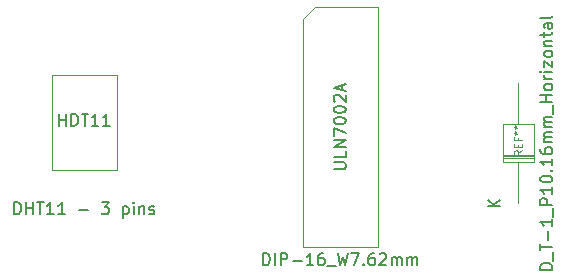
<source format=gbr>
%TF.GenerationSoftware,KiCad,Pcbnew,9.0.3-9.0.3-0~ubuntu24.04.1*%
%TF.CreationDate,2025-07-20T22:02:49+02:00*%
%TF.ProjectId,humidity-control,68756d69-6469-4747-992d-636f6e74726f,rev?*%
%TF.SameCoordinates,Original*%
%TF.FileFunction,AssemblyDrawing,Top*%
%FSLAX46Y46*%
G04 Gerber Fmt 4.6, Leading zero omitted, Abs format (unit mm)*
G04 Created by KiCad (PCBNEW 9.0.3-9.0.3-0~ubuntu24.04.1) date 2025-07-20 22:02:49*
%MOMM*%
%LPD*%
G01*
G04 APERTURE LIST*
%ADD10C,0.150000*%
%ADD11C,0.096000*%
%ADD12C,0.100000*%
G04 APERTURE END LIST*
D10*
X115095238Y-79754819D02*
X115095238Y-78754819D01*
X115095238Y-78754819D02*
X115333333Y-78754819D01*
X115333333Y-78754819D02*
X115476190Y-78802438D01*
X115476190Y-78802438D02*
X115571428Y-78897676D01*
X115571428Y-78897676D02*
X115619047Y-78992914D01*
X115619047Y-78992914D02*
X115666666Y-79183390D01*
X115666666Y-79183390D02*
X115666666Y-79326247D01*
X115666666Y-79326247D02*
X115619047Y-79516723D01*
X115619047Y-79516723D02*
X115571428Y-79611961D01*
X115571428Y-79611961D02*
X115476190Y-79707200D01*
X115476190Y-79707200D02*
X115333333Y-79754819D01*
X115333333Y-79754819D02*
X115095238Y-79754819D01*
X116095238Y-79754819D02*
X116095238Y-78754819D01*
X116095238Y-79231009D02*
X116666666Y-79231009D01*
X116666666Y-79754819D02*
X116666666Y-78754819D01*
X117000000Y-78754819D02*
X117571428Y-78754819D01*
X117285714Y-79754819D02*
X117285714Y-78754819D01*
X118428571Y-79754819D02*
X117857143Y-79754819D01*
X118142857Y-79754819D02*
X118142857Y-78754819D01*
X118142857Y-78754819D02*
X118047619Y-78897676D01*
X118047619Y-78897676D02*
X117952381Y-78992914D01*
X117952381Y-78992914D02*
X117857143Y-79040533D01*
X119380952Y-79754819D02*
X118809524Y-79754819D01*
X119095238Y-79754819D02*
X119095238Y-78754819D01*
X119095238Y-78754819D02*
X119000000Y-78897676D01*
X119000000Y-78897676D02*
X118904762Y-78992914D01*
X118904762Y-78992914D02*
X118809524Y-79040533D01*
X120571429Y-79373866D02*
X121333334Y-79373866D01*
X122476191Y-78754819D02*
X123095238Y-78754819D01*
X123095238Y-78754819D02*
X122761905Y-79135771D01*
X122761905Y-79135771D02*
X122904762Y-79135771D01*
X122904762Y-79135771D02*
X123000000Y-79183390D01*
X123000000Y-79183390D02*
X123047619Y-79231009D01*
X123047619Y-79231009D02*
X123095238Y-79326247D01*
X123095238Y-79326247D02*
X123095238Y-79564342D01*
X123095238Y-79564342D02*
X123047619Y-79659580D01*
X123047619Y-79659580D02*
X123000000Y-79707200D01*
X123000000Y-79707200D02*
X122904762Y-79754819D01*
X122904762Y-79754819D02*
X122619048Y-79754819D01*
X122619048Y-79754819D02*
X122523810Y-79707200D01*
X122523810Y-79707200D02*
X122476191Y-79659580D01*
X124285715Y-79088152D02*
X124285715Y-80088152D01*
X124285715Y-79135771D02*
X124380953Y-79088152D01*
X124380953Y-79088152D02*
X124571429Y-79088152D01*
X124571429Y-79088152D02*
X124666667Y-79135771D01*
X124666667Y-79135771D02*
X124714286Y-79183390D01*
X124714286Y-79183390D02*
X124761905Y-79278628D01*
X124761905Y-79278628D02*
X124761905Y-79564342D01*
X124761905Y-79564342D02*
X124714286Y-79659580D01*
X124714286Y-79659580D02*
X124666667Y-79707200D01*
X124666667Y-79707200D02*
X124571429Y-79754819D01*
X124571429Y-79754819D02*
X124380953Y-79754819D01*
X124380953Y-79754819D02*
X124285715Y-79707200D01*
X125190477Y-79754819D02*
X125190477Y-79088152D01*
X125190477Y-78754819D02*
X125142858Y-78802438D01*
X125142858Y-78802438D02*
X125190477Y-78850057D01*
X125190477Y-78850057D02*
X125238096Y-78802438D01*
X125238096Y-78802438D02*
X125190477Y-78754819D01*
X125190477Y-78754819D02*
X125190477Y-78850057D01*
X125666667Y-79088152D02*
X125666667Y-79754819D01*
X125666667Y-79183390D02*
X125714286Y-79135771D01*
X125714286Y-79135771D02*
X125809524Y-79088152D01*
X125809524Y-79088152D02*
X125952381Y-79088152D01*
X125952381Y-79088152D02*
X126047619Y-79135771D01*
X126047619Y-79135771D02*
X126095238Y-79231009D01*
X126095238Y-79231009D02*
X126095238Y-79754819D01*
X126523810Y-79707200D02*
X126619048Y-79754819D01*
X126619048Y-79754819D02*
X126809524Y-79754819D01*
X126809524Y-79754819D02*
X126904762Y-79707200D01*
X126904762Y-79707200D02*
X126952381Y-79611961D01*
X126952381Y-79611961D02*
X126952381Y-79564342D01*
X126952381Y-79564342D02*
X126904762Y-79469104D01*
X126904762Y-79469104D02*
X126809524Y-79421485D01*
X126809524Y-79421485D02*
X126666667Y-79421485D01*
X126666667Y-79421485D02*
X126571429Y-79373866D01*
X126571429Y-79373866D02*
X126523810Y-79278628D01*
X126523810Y-79278628D02*
X126523810Y-79231009D01*
X126523810Y-79231009D02*
X126571429Y-79135771D01*
X126571429Y-79135771D02*
X126666667Y-79088152D01*
X126666667Y-79088152D02*
X126809524Y-79088152D01*
X126809524Y-79088152D02*
X126904762Y-79135771D01*
X118880952Y-72264819D02*
X118880952Y-71264819D01*
X118880952Y-71741009D02*
X119452380Y-71741009D01*
X119452380Y-72264819D02*
X119452380Y-71264819D01*
X119928571Y-72264819D02*
X119928571Y-71264819D01*
X119928571Y-71264819D02*
X120166666Y-71264819D01*
X120166666Y-71264819D02*
X120309523Y-71312438D01*
X120309523Y-71312438D02*
X120404761Y-71407676D01*
X120404761Y-71407676D02*
X120452380Y-71502914D01*
X120452380Y-71502914D02*
X120499999Y-71693390D01*
X120499999Y-71693390D02*
X120499999Y-71836247D01*
X120499999Y-71836247D02*
X120452380Y-72026723D01*
X120452380Y-72026723D02*
X120404761Y-72121961D01*
X120404761Y-72121961D02*
X120309523Y-72217200D01*
X120309523Y-72217200D02*
X120166666Y-72264819D01*
X120166666Y-72264819D02*
X119928571Y-72264819D01*
X120785714Y-71264819D02*
X121357142Y-71264819D01*
X121071428Y-72264819D02*
X121071428Y-71264819D01*
X122214285Y-72264819D02*
X121642857Y-72264819D01*
X121928571Y-72264819D02*
X121928571Y-71264819D01*
X121928571Y-71264819D02*
X121833333Y-71407676D01*
X121833333Y-71407676D02*
X121738095Y-71502914D01*
X121738095Y-71502914D02*
X121642857Y-71550533D01*
X123166666Y-72264819D02*
X122595238Y-72264819D01*
X122880952Y-72264819D02*
X122880952Y-71264819D01*
X122880952Y-71264819D02*
X122785714Y-71407676D01*
X122785714Y-71407676D02*
X122690476Y-71502914D01*
X122690476Y-71502914D02*
X122595238Y-71550533D01*
X136166191Y-84064819D02*
X136166191Y-83064819D01*
X136166191Y-83064819D02*
X136404286Y-83064819D01*
X136404286Y-83064819D02*
X136547143Y-83112438D01*
X136547143Y-83112438D02*
X136642381Y-83207676D01*
X136642381Y-83207676D02*
X136690000Y-83302914D01*
X136690000Y-83302914D02*
X136737619Y-83493390D01*
X136737619Y-83493390D02*
X136737619Y-83636247D01*
X136737619Y-83636247D02*
X136690000Y-83826723D01*
X136690000Y-83826723D02*
X136642381Y-83921961D01*
X136642381Y-83921961D02*
X136547143Y-84017200D01*
X136547143Y-84017200D02*
X136404286Y-84064819D01*
X136404286Y-84064819D02*
X136166191Y-84064819D01*
X137166191Y-84064819D02*
X137166191Y-83064819D01*
X137642381Y-84064819D02*
X137642381Y-83064819D01*
X137642381Y-83064819D02*
X138023333Y-83064819D01*
X138023333Y-83064819D02*
X138118571Y-83112438D01*
X138118571Y-83112438D02*
X138166190Y-83160057D01*
X138166190Y-83160057D02*
X138213809Y-83255295D01*
X138213809Y-83255295D02*
X138213809Y-83398152D01*
X138213809Y-83398152D02*
X138166190Y-83493390D01*
X138166190Y-83493390D02*
X138118571Y-83541009D01*
X138118571Y-83541009D02*
X138023333Y-83588628D01*
X138023333Y-83588628D02*
X137642381Y-83588628D01*
X138642381Y-83683866D02*
X139404286Y-83683866D01*
X140404285Y-84064819D02*
X139832857Y-84064819D01*
X140118571Y-84064819D02*
X140118571Y-83064819D01*
X140118571Y-83064819D02*
X140023333Y-83207676D01*
X140023333Y-83207676D02*
X139928095Y-83302914D01*
X139928095Y-83302914D02*
X139832857Y-83350533D01*
X141261428Y-83064819D02*
X141070952Y-83064819D01*
X141070952Y-83064819D02*
X140975714Y-83112438D01*
X140975714Y-83112438D02*
X140928095Y-83160057D01*
X140928095Y-83160057D02*
X140832857Y-83302914D01*
X140832857Y-83302914D02*
X140785238Y-83493390D01*
X140785238Y-83493390D02*
X140785238Y-83874342D01*
X140785238Y-83874342D02*
X140832857Y-83969580D01*
X140832857Y-83969580D02*
X140880476Y-84017200D01*
X140880476Y-84017200D02*
X140975714Y-84064819D01*
X140975714Y-84064819D02*
X141166190Y-84064819D01*
X141166190Y-84064819D02*
X141261428Y-84017200D01*
X141261428Y-84017200D02*
X141309047Y-83969580D01*
X141309047Y-83969580D02*
X141356666Y-83874342D01*
X141356666Y-83874342D02*
X141356666Y-83636247D01*
X141356666Y-83636247D02*
X141309047Y-83541009D01*
X141309047Y-83541009D02*
X141261428Y-83493390D01*
X141261428Y-83493390D02*
X141166190Y-83445771D01*
X141166190Y-83445771D02*
X140975714Y-83445771D01*
X140975714Y-83445771D02*
X140880476Y-83493390D01*
X140880476Y-83493390D02*
X140832857Y-83541009D01*
X140832857Y-83541009D02*
X140785238Y-83636247D01*
X141547143Y-84160057D02*
X142309047Y-84160057D01*
X142451905Y-83064819D02*
X142690000Y-84064819D01*
X142690000Y-84064819D02*
X142880476Y-83350533D01*
X142880476Y-83350533D02*
X143070952Y-84064819D01*
X143070952Y-84064819D02*
X143309048Y-83064819D01*
X143594762Y-83064819D02*
X144261428Y-83064819D01*
X144261428Y-83064819D02*
X143832857Y-84064819D01*
X144642381Y-83969580D02*
X144690000Y-84017200D01*
X144690000Y-84017200D02*
X144642381Y-84064819D01*
X144642381Y-84064819D02*
X144594762Y-84017200D01*
X144594762Y-84017200D02*
X144642381Y-83969580D01*
X144642381Y-83969580D02*
X144642381Y-84064819D01*
X145547142Y-83064819D02*
X145356666Y-83064819D01*
X145356666Y-83064819D02*
X145261428Y-83112438D01*
X145261428Y-83112438D02*
X145213809Y-83160057D01*
X145213809Y-83160057D02*
X145118571Y-83302914D01*
X145118571Y-83302914D02*
X145070952Y-83493390D01*
X145070952Y-83493390D02*
X145070952Y-83874342D01*
X145070952Y-83874342D02*
X145118571Y-83969580D01*
X145118571Y-83969580D02*
X145166190Y-84017200D01*
X145166190Y-84017200D02*
X145261428Y-84064819D01*
X145261428Y-84064819D02*
X145451904Y-84064819D01*
X145451904Y-84064819D02*
X145547142Y-84017200D01*
X145547142Y-84017200D02*
X145594761Y-83969580D01*
X145594761Y-83969580D02*
X145642380Y-83874342D01*
X145642380Y-83874342D02*
X145642380Y-83636247D01*
X145642380Y-83636247D02*
X145594761Y-83541009D01*
X145594761Y-83541009D02*
X145547142Y-83493390D01*
X145547142Y-83493390D02*
X145451904Y-83445771D01*
X145451904Y-83445771D02*
X145261428Y-83445771D01*
X145261428Y-83445771D02*
X145166190Y-83493390D01*
X145166190Y-83493390D02*
X145118571Y-83541009D01*
X145118571Y-83541009D02*
X145070952Y-83636247D01*
X146023333Y-83160057D02*
X146070952Y-83112438D01*
X146070952Y-83112438D02*
X146166190Y-83064819D01*
X146166190Y-83064819D02*
X146404285Y-83064819D01*
X146404285Y-83064819D02*
X146499523Y-83112438D01*
X146499523Y-83112438D02*
X146547142Y-83160057D01*
X146547142Y-83160057D02*
X146594761Y-83255295D01*
X146594761Y-83255295D02*
X146594761Y-83350533D01*
X146594761Y-83350533D02*
X146547142Y-83493390D01*
X146547142Y-83493390D02*
X145975714Y-84064819D01*
X145975714Y-84064819D02*
X146594761Y-84064819D01*
X147023333Y-84064819D02*
X147023333Y-83398152D01*
X147023333Y-83493390D02*
X147070952Y-83445771D01*
X147070952Y-83445771D02*
X147166190Y-83398152D01*
X147166190Y-83398152D02*
X147309047Y-83398152D01*
X147309047Y-83398152D02*
X147404285Y-83445771D01*
X147404285Y-83445771D02*
X147451904Y-83541009D01*
X147451904Y-83541009D02*
X147451904Y-84064819D01*
X147451904Y-83541009D02*
X147499523Y-83445771D01*
X147499523Y-83445771D02*
X147594761Y-83398152D01*
X147594761Y-83398152D02*
X147737618Y-83398152D01*
X147737618Y-83398152D02*
X147832857Y-83445771D01*
X147832857Y-83445771D02*
X147880476Y-83541009D01*
X147880476Y-83541009D02*
X147880476Y-84064819D01*
X148356666Y-84064819D02*
X148356666Y-83398152D01*
X148356666Y-83493390D02*
X148404285Y-83445771D01*
X148404285Y-83445771D02*
X148499523Y-83398152D01*
X148499523Y-83398152D02*
X148642380Y-83398152D01*
X148642380Y-83398152D02*
X148737618Y-83445771D01*
X148737618Y-83445771D02*
X148785237Y-83541009D01*
X148785237Y-83541009D02*
X148785237Y-84064819D01*
X148785237Y-83541009D02*
X148832856Y-83445771D01*
X148832856Y-83445771D02*
X148928094Y-83398152D01*
X148928094Y-83398152D02*
X149070951Y-83398152D01*
X149070951Y-83398152D02*
X149166190Y-83445771D01*
X149166190Y-83445771D02*
X149213809Y-83541009D01*
X149213809Y-83541009D02*
X149213809Y-84064819D01*
X142144819Y-75937618D02*
X142954342Y-75937618D01*
X142954342Y-75937618D02*
X143049580Y-75889999D01*
X143049580Y-75889999D02*
X143097200Y-75842380D01*
X143097200Y-75842380D02*
X143144819Y-75747142D01*
X143144819Y-75747142D02*
X143144819Y-75556666D01*
X143144819Y-75556666D02*
X143097200Y-75461428D01*
X143097200Y-75461428D02*
X143049580Y-75413809D01*
X143049580Y-75413809D02*
X142954342Y-75366190D01*
X142954342Y-75366190D02*
X142144819Y-75366190D01*
X143144819Y-74413809D02*
X143144819Y-74889999D01*
X143144819Y-74889999D02*
X142144819Y-74889999D01*
X143144819Y-74080475D02*
X142144819Y-74080475D01*
X142144819Y-74080475D02*
X143144819Y-73509047D01*
X143144819Y-73509047D02*
X142144819Y-73509047D01*
X142144819Y-73128094D02*
X142144819Y-72461428D01*
X142144819Y-72461428D02*
X143144819Y-72889999D01*
X142144819Y-71889999D02*
X142144819Y-71794761D01*
X142144819Y-71794761D02*
X142192438Y-71699523D01*
X142192438Y-71699523D02*
X142240057Y-71651904D01*
X142240057Y-71651904D02*
X142335295Y-71604285D01*
X142335295Y-71604285D02*
X142525771Y-71556666D01*
X142525771Y-71556666D02*
X142763866Y-71556666D01*
X142763866Y-71556666D02*
X142954342Y-71604285D01*
X142954342Y-71604285D02*
X143049580Y-71651904D01*
X143049580Y-71651904D02*
X143097200Y-71699523D01*
X143097200Y-71699523D02*
X143144819Y-71794761D01*
X143144819Y-71794761D02*
X143144819Y-71889999D01*
X143144819Y-71889999D02*
X143097200Y-71985237D01*
X143097200Y-71985237D02*
X143049580Y-72032856D01*
X143049580Y-72032856D02*
X142954342Y-72080475D01*
X142954342Y-72080475D02*
X142763866Y-72128094D01*
X142763866Y-72128094D02*
X142525771Y-72128094D01*
X142525771Y-72128094D02*
X142335295Y-72080475D01*
X142335295Y-72080475D02*
X142240057Y-72032856D01*
X142240057Y-72032856D02*
X142192438Y-71985237D01*
X142192438Y-71985237D02*
X142144819Y-71889999D01*
X142144819Y-70937618D02*
X142144819Y-70842380D01*
X142144819Y-70842380D02*
X142192438Y-70747142D01*
X142192438Y-70747142D02*
X142240057Y-70699523D01*
X142240057Y-70699523D02*
X142335295Y-70651904D01*
X142335295Y-70651904D02*
X142525771Y-70604285D01*
X142525771Y-70604285D02*
X142763866Y-70604285D01*
X142763866Y-70604285D02*
X142954342Y-70651904D01*
X142954342Y-70651904D02*
X143049580Y-70699523D01*
X143049580Y-70699523D02*
X143097200Y-70747142D01*
X143097200Y-70747142D02*
X143144819Y-70842380D01*
X143144819Y-70842380D02*
X143144819Y-70937618D01*
X143144819Y-70937618D02*
X143097200Y-71032856D01*
X143097200Y-71032856D02*
X143049580Y-71080475D01*
X143049580Y-71080475D02*
X142954342Y-71128094D01*
X142954342Y-71128094D02*
X142763866Y-71175713D01*
X142763866Y-71175713D02*
X142525771Y-71175713D01*
X142525771Y-71175713D02*
X142335295Y-71128094D01*
X142335295Y-71128094D02*
X142240057Y-71080475D01*
X142240057Y-71080475D02*
X142192438Y-71032856D01*
X142192438Y-71032856D02*
X142144819Y-70937618D01*
X142240057Y-70223332D02*
X142192438Y-70175713D01*
X142192438Y-70175713D02*
X142144819Y-70080475D01*
X142144819Y-70080475D02*
X142144819Y-69842380D01*
X142144819Y-69842380D02*
X142192438Y-69747142D01*
X142192438Y-69747142D02*
X142240057Y-69699523D01*
X142240057Y-69699523D02*
X142335295Y-69651904D01*
X142335295Y-69651904D02*
X142430533Y-69651904D01*
X142430533Y-69651904D02*
X142573390Y-69699523D01*
X142573390Y-69699523D02*
X143144819Y-70270951D01*
X143144819Y-70270951D02*
X143144819Y-69651904D01*
X142859104Y-69270951D02*
X142859104Y-68794761D01*
X143144819Y-69366189D02*
X142144819Y-69032856D01*
X142144819Y-69032856D02*
X143144819Y-68699523D01*
X160624819Y-84440476D02*
X159624819Y-84440476D01*
X159624819Y-84440476D02*
X159624819Y-84202381D01*
X159624819Y-84202381D02*
X159672438Y-84059524D01*
X159672438Y-84059524D02*
X159767676Y-83964286D01*
X159767676Y-83964286D02*
X159862914Y-83916667D01*
X159862914Y-83916667D02*
X160053390Y-83869048D01*
X160053390Y-83869048D02*
X160196247Y-83869048D01*
X160196247Y-83869048D02*
X160386723Y-83916667D01*
X160386723Y-83916667D02*
X160481961Y-83964286D01*
X160481961Y-83964286D02*
X160577200Y-84059524D01*
X160577200Y-84059524D02*
X160624819Y-84202381D01*
X160624819Y-84202381D02*
X160624819Y-84440476D01*
X160720057Y-83678572D02*
X160720057Y-82916667D01*
X159624819Y-82821428D02*
X159624819Y-82250000D01*
X160624819Y-82535714D02*
X159624819Y-82535714D01*
X160243866Y-81916666D02*
X160243866Y-81154762D01*
X160624819Y-80154762D02*
X160624819Y-80726190D01*
X160624819Y-80440476D02*
X159624819Y-80440476D01*
X159624819Y-80440476D02*
X159767676Y-80535714D01*
X159767676Y-80535714D02*
X159862914Y-80630952D01*
X159862914Y-80630952D02*
X159910533Y-80726190D01*
X160720057Y-79964286D02*
X160720057Y-79202381D01*
X160624819Y-78964285D02*
X159624819Y-78964285D01*
X159624819Y-78964285D02*
X159624819Y-78583333D01*
X159624819Y-78583333D02*
X159672438Y-78488095D01*
X159672438Y-78488095D02*
X159720057Y-78440476D01*
X159720057Y-78440476D02*
X159815295Y-78392857D01*
X159815295Y-78392857D02*
X159958152Y-78392857D01*
X159958152Y-78392857D02*
X160053390Y-78440476D01*
X160053390Y-78440476D02*
X160101009Y-78488095D01*
X160101009Y-78488095D02*
X160148628Y-78583333D01*
X160148628Y-78583333D02*
X160148628Y-78964285D01*
X160624819Y-77440476D02*
X160624819Y-78011904D01*
X160624819Y-77726190D02*
X159624819Y-77726190D01*
X159624819Y-77726190D02*
X159767676Y-77821428D01*
X159767676Y-77821428D02*
X159862914Y-77916666D01*
X159862914Y-77916666D02*
X159910533Y-78011904D01*
X159624819Y-76821428D02*
X159624819Y-76726190D01*
X159624819Y-76726190D02*
X159672438Y-76630952D01*
X159672438Y-76630952D02*
X159720057Y-76583333D01*
X159720057Y-76583333D02*
X159815295Y-76535714D01*
X159815295Y-76535714D02*
X160005771Y-76488095D01*
X160005771Y-76488095D02*
X160243866Y-76488095D01*
X160243866Y-76488095D02*
X160434342Y-76535714D01*
X160434342Y-76535714D02*
X160529580Y-76583333D01*
X160529580Y-76583333D02*
X160577200Y-76630952D01*
X160577200Y-76630952D02*
X160624819Y-76726190D01*
X160624819Y-76726190D02*
X160624819Y-76821428D01*
X160624819Y-76821428D02*
X160577200Y-76916666D01*
X160577200Y-76916666D02*
X160529580Y-76964285D01*
X160529580Y-76964285D02*
X160434342Y-77011904D01*
X160434342Y-77011904D02*
X160243866Y-77059523D01*
X160243866Y-77059523D02*
X160005771Y-77059523D01*
X160005771Y-77059523D02*
X159815295Y-77011904D01*
X159815295Y-77011904D02*
X159720057Y-76964285D01*
X159720057Y-76964285D02*
X159672438Y-76916666D01*
X159672438Y-76916666D02*
X159624819Y-76821428D01*
X160529580Y-76059523D02*
X160577200Y-76011904D01*
X160577200Y-76011904D02*
X160624819Y-76059523D01*
X160624819Y-76059523D02*
X160577200Y-76107142D01*
X160577200Y-76107142D02*
X160529580Y-76059523D01*
X160529580Y-76059523D02*
X160624819Y-76059523D01*
X160624819Y-75059524D02*
X160624819Y-75630952D01*
X160624819Y-75345238D02*
X159624819Y-75345238D01*
X159624819Y-75345238D02*
X159767676Y-75440476D01*
X159767676Y-75440476D02*
X159862914Y-75535714D01*
X159862914Y-75535714D02*
X159910533Y-75630952D01*
X159624819Y-74202381D02*
X159624819Y-74392857D01*
X159624819Y-74392857D02*
X159672438Y-74488095D01*
X159672438Y-74488095D02*
X159720057Y-74535714D01*
X159720057Y-74535714D02*
X159862914Y-74630952D01*
X159862914Y-74630952D02*
X160053390Y-74678571D01*
X160053390Y-74678571D02*
X160434342Y-74678571D01*
X160434342Y-74678571D02*
X160529580Y-74630952D01*
X160529580Y-74630952D02*
X160577200Y-74583333D01*
X160577200Y-74583333D02*
X160624819Y-74488095D01*
X160624819Y-74488095D02*
X160624819Y-74297619D01*
X160624819Y-74297619D02*
X160577200Y-74202381D01*
X160577200Y-74202381D02*
X160529580Y-74154762D01*
X160529580Y-74154762D02*
X160434342Y-74107143D01*
X160434342Y-74107143D02*
X160196247Y-74107143D01*
X160196247Y-74107143D02*
X160101009Y-74154762D01*
X160101009Y-74154762D02*
X160053390Y-74202381D01*
X160053390Y-74202381D02*
X160005771Y-74297619D01*
X160005771Y-74297619D02*
X160005771Y-74488095D01*
X160005771Y-74488095D02*
X160053390Y-74583333D01*
X160053390Y-74583333D02*
X160101009Y-74630952D01*
X160101009Y-74630952D02*
X160196247Y-74678571D01*
X160624819Y-73678571D02*
X159958152Y-73678571D01*
X160053390Y-73678571D02*
X160005771Y-73630952D01*
X160005771Y-73630952D02*
X159958152Y-73535714D01*
X159958152Y-73535714D02*
X159958152Y-73392857D01*
X159958152Y-73392857D02*
X160005771Y-73297619D01*
X160005771Y-73297619D02*
X160101009Y-73250000D01*
X160101009Y-73250000D02*
X160624819Y-73250000D01*
X160101009Y-73250000D02*
X160005771Y-73202381D01*
X160005771Y-73202381D02*
X159958152Y-73107143D01*
X159958152Y-73107143D02*
X159958152Y-72964286D01*
X159958152Y-72964286D02*
X160005771Y-72869047D01*
X160005771Y-72869047D02*
X160101009Y-72821428D01*
X160101009Y-72821428D02*
X160624819Y-72821428D01*
X160624819Y-72345238D02*
X159958152Y-72345238D01*
X160053390Y-72345238D02*
X160005771Y-72297619D01*
X160005771Y-72297619D02*
X159958152Y-72202381D01*
X159958152Y-72202381D02*
X159958152Y-72059524D01*
X159958152Y-72059524D02*
X160005771Y-71964286D01*
X160005771Y-71964286D02*
X160101009Y-71916667D01*
X160101009Y-71916667D02*
X160624819Y-71916667D01*
X160101009Y-71916667D02*
X160005771Y-71869048D01*
X160005771Y-71869048D02*
X159958152Y-71773810D01*
X159958152Y-71773810D02*
X159958152Y-71630953D01*
X159958152Y-71630953D02*
X160005771Y-71535714D01*
X160005771Y-71535714D02*
X160101009Y-71488095D01*
X160101009Y-71488095D02*
X160624819Y-71488095D01*
X160720057Y-71250001D02*
X160720057Y-70488096D01*
X160624819Y-70250000D02*
X159624819Y-70250000D01*
X160101009Y-70250000D02*
X160101009Y-69678572D01*
X160624819Y-69678572D02*
X159624819Y-69678572D01*
X160624819Y-69059524D02*
X160577200Y-69154762D01*
X160577200Y-69154762D02*
X160529580Y-69202381D01*
X160529580Y-69202381D02*
X160434342Y-69250000D01*
X160434342Y-69250000D02*
X160148628Y-69250000D01*
X160148628Y-69250000D02*
X160053390Y-69202381D01*
X160053390Y-69202381D02*
X160005771Y-69154762D01*
X160005771Y-69154762D02*
X159958152Y-69059524D01*
X159958152Y-69059524D02*
X159958152Y-68916667D01*
X159958152Y-68916667D02*
X160005771Y-68821429D01*
X160005771Y-68821429D02*
X160053390Y-68773810D01*
X160053390Y-68773810D02*
X160148628Y-68726191D01*
X160148628Y-68726191D02*
X160434342Y-68726191D01*
X160434342Y-68726191D02*
X160529580Y-68773810D01*
X160529580Y-68773810D02*
X160577200Y-68821429D01*
X160577200Y-68821429D02*
X160624819Y-68916667D01*
X160624819Y-68916667D02*
X160624819Y-69059524D01*
X160624819Y-68297619D02*
X159958152Y-68297619D01*
X160148628Y-68297619D02*
X160053390Y-68250000D01*
X160053390Y-68250000D02*
X160005771Y-68202381D01*
X160005771Y-68202381D02*
X159958152Y-68107143D01*
X159958152Y-68107143D02*
X159958152Y-68011905D01*
X160624819Y-67678571D02*
X159958152Y-67678571D01*
X159624819Y-67678571D02*
X159672438Y-67726190D01*
X159672438Y-67726190D02*
X159720057Y-67678571D01*
X159720057Y-67678571D02*
X159672438Y-67630952D01*
X159672438Y-67630952D02*
X159624819Y-67678571D01*
X159624819Y-67678571D02*
X159720057Y-67678571D01*
X159958152Y-67297619D02*
X159958152Y-66773810D01*
X159958152Y-66773810D02*
X160624819Y-67297619D01*
X160624819Y-67297619D02*
X160624819Y-66773810D01*
X160624819Y-66250000D02*
X160577200Y-66345238D01*
X160577200Y-66345238D02*
X160529580Y-66392857D01*
X160529580Y-66392857D02*
X160434342Y-66440476D01*
X160434342Y-66440476D02*
X160148628Y-66440476D01*
X160148628Y-66440476D02*
X160053390Y-66392857D01*
X160053390Y-66392857D02*
X160005771Y-66345238D01*
X160005771Y-66345238D02*
X159958152Y-66250000D01*
X159958152Y-66250000D02*
X159958152Y-66107143D01*
X159958152Y-66107143D02*
X160005771Y-66011905D01*
X160005771Y-66011905D02*
X160053390Y-65964286D01*
X160053390Y-65964286D02*
X160148628Y-65916667D01*
X160148628Y-65916667D02*
X160434342Y-65916667D01*
X160434342Y-65916667D02*
X160529580Y-65964286D01*
X160529580Y-65964286D02*
X160577200Y-66011905D01*
X160577200Y-66011905D02*
X160624819Y-66107143D01*
X160624819Y-66107143D02*
X160624819Y-66250000D01*
X159958152Y-65488095D02*
X160624819Y-65488095D01*
X160053390Y-65488095D02*
X160005771Y-65440476D01*
X160005771Y-65440476D02*
X159958152Y-65345238D01*
X159958152Y-65345238D02*
X159958152Y-65202381D01*
X159958152Y-65202381D02*
X160005771Y-65107143D01*
X160005771Y-65107143D02*
X160101009Y-65059524D01*
X160101009Y-65059524D02*
X160624819Y-65059524D01*
X159958152Y-64726190D02*
X159958152Y-64345238D01*
X159624819Y-64583333D02*
X160481961Y-64583333D01*
X160481961Y-64583333D02*
X160577200Y-64535714D01*
X160577200Y-64535714D02*
X160624819Y-64440476D01*
X160624819Y-64440476D02*
X160624819Y-64345238D01*
X160624819Y-63583333D02*
X160101009Y-63583333D01*
X160101009Y-63583333D02*
X160005771Y-63630952D01*
X160005771Y-63630952D02*
X159958152Y-63726190D01*
X159958152Y-63726190D02*
X159958152Y-63916666D01*
X159958152Y-63916666D02*
X160005771Y-64011904D01*
X160577200Y-63583333D02*
X160624819Y-63678571D01*
X160624819Y-63678571D02*
X160624819Y-63916666D01*
X160624819Y-63916666D02*
X160577200Y-64011904D01*
X160577200Y-64011904D02*
X160481961Y-64059523D01*
X160481961Y-64059523D02*
X160386723Y-64059523D01*
X160386723Y-64059523D02*
X160291485Y-64011904D01*
X160291485Y-64011904D02*
X160243866Y-63916666D01*
X160243866Y-63916666D02*
X160243866Y-63678571D01*
X160243866Y-63678571D02*
X160196247Y-63583333D01*
X160624819Y-62964285D02*
X160577200Y-63059523D01*
X160577200Y-63059523D02*
X160481961Y-63107142D01*
X160481961Y-63107142D02*
X159624819Y-63107142D01*
D11*
X158041084Y-74363332D02*
X157736322Y-74576666D01*
X158041084Y-74729047D02*
X157401084Y-74729047D01*
X157401084Y-74729047D02*
X157401084Y-74485237D01*
X157401084Y-74485237D02*
X157431560Y-74424285D01*
X157431560Y-74424285D02*
X157462036Y-74393808D01*
X157462036Y-74393808D02*
X157522988Y-74363332D01*
X157522988Y-74363332D02*
X157614417Y-74363332D01*
X157614417Y-74363332D02*
X157675369Y-74393808D01*
X157675369Y-74393808D02*
X157705846Y-74424285D01*
X157705846Y-74424285D02*
X157736322Y-74485237D01*
X157736322Y-74485237D02*
X157736322Y-74729047D01*
X157705846Y-74089047D02*
X157705846Y-73875713D01*
X158041084Y-73784285D02*
X158041084Y-74089047D01*
X158041084Y-74089047D02*
X157401084Y-74089047D01*
X157401084Y-74089047D02*
X157401084Y-73784285D01*
X157705846Y-73296665D02*
X157705846Y-73509999D01*
X158041084Y-73509999D02*
X157401084Y-73509999D01*
X157401084Y-73509999D02*
X157401084Y-73205237D01*
X157401084Y-72869999D02*
X157553465Y-72869999D01*
X157492512Y-73022380D02*
X157553465Y-72869999D01*
X157553465Y-72869999D02*
X157492512Y-72717618D01*
X157675369Y-72961428D02*
X157553465Y-72869999D01*
X157553465Y-72869999D02*
X157675369Y-72778570D01*
X157401084Y-72382380D02*
X157553465Y-72382380D01*
X157492512Y-72534761D02*
X157553465Y-72382380D01*
X157553465Y-72382380D02*
X157492512Y-72229999D01*
X157675369Y-72473809D02*
X157553465Y-72382380D01*
X157553465Y-72382380D02*
X157675369Y-72290951D01*
D10*
X156204819Y-79091904D02*
X155204819Y-79091904D01*
X156204819Y-78520476D02*
X155633390Y-78949047D01*
X155204819Y-78520476D02*
X155776247Y-79091904D01*
D12*
%TO.C,HDT11*%
X118250000Y-68000000D02*
X118250000Y-76000000D01*
X118250000Y-68000000D02*
X119250000Y-68000000D01*
X118250000Y-68000000D02*
X123750000Y-68000000D01*
X123750000Y-68000000D02*
X123750000Y-76000000D01*
X123750000Y-76000000D02*
X118250000Y-76000000D01*
%TO.C,ULN7002A*%
X139515000Y-63230000D02*
X140515000Y-62230000D01*
X139515000Y-82550000D02*
X139515000Y-63230000D01*
X140515000Y-62230000D02*
X145865000Y-62230000D01*
X145865000Y-62230000D02*
X145865000Y-82550000D01*
X145865000Y-82550000D02*
X139515000Y-82550000D01*
%TO.C,REF\u002A\u002A*%
X156450000Y-74770000D02*
X159050000Y-74770000D01*
X156450000Y-74870000D02*
X159050000Y-74870000D01*
X156450000Y-74970000D02*
X159050000Y-74970000D01*
X157750000Y-68670000D02*
X157750000Y-72150000D01*
X157750000Y-78830000D02*
X157750000Y-75350000D01*
X156450000Y-75350000D02*
X159050000Y-75350000D01*
X159050000Y-72150000D01*
X156450000Y-72150000D01*
X156450000Y-75350000D01*
%TD*%
M02*

</source>
